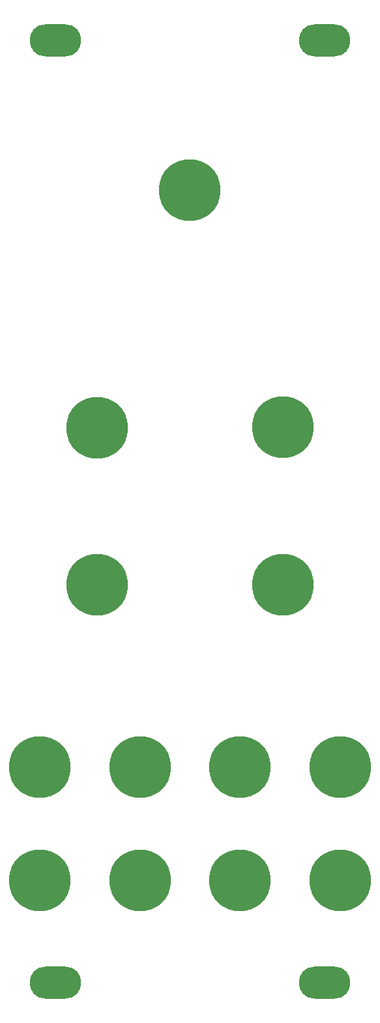
<source format=gtl>
G04 #@! TF.GenerationSoftware,KiCad,Pcbnew,7.0.7-7.0.7~ubuntu22.04.1*
G04 #@! TF.CreationDate,2023-12-10T22:01:32+01:00*
G04 #@! TF.ProjectId,CD40106_VCO,43443430-3130-4365-9f56-434f2e6b6963,rev?*
G04 #@! TF.SameCoordinates,Original*
G04 #@! TF.FileFunction,Copper,L1,Top*
G04 #@! TF.FilePolarity,Positive*
%FSLAX46Y46*%
G04 Gerber Fmt 4.6, Leading zero omitted, Abs format (unit mm)*
G04 Created by KiCad (PCBNEW 7.0.7-7.0.7~ubuntu22.04.1) date 2023-12-10 22:01:32*
%MOMM*%
%LPD*%
G01*
G04 APERTURE LIST*
G04 #@! TA.AperFunction,ComponentPad*
%ADD10O,6.700000X4.200000*%
G04 #@! TD*
G04 #@! TA.AperFunction,ViaPad*
%ADD11C,8.000000*%
G04 #@! TD*
G04 APERTURE END LIST*
D10*
X95499999Y-30500000D03*
X130499999Y-30500000D03*
X130499999Y-153000000D03*
X95499999Y-153000000D03*
D11*
X119499999Y-139750000D03*
X100899999Y-101250000D03*
X112999999Y-50000000D03*
X93499998Y-125000000D03*
X106499998Y-125000000D03*
X125099999Y-101250000D03*
X125099999Y-80800000D03*
X106499998Y-139750000D03*
X132499999Y-125000000D03*
X119499999Y-125000000D03*
X93499998Y-139750000D03*
X100899999Y-80900000D03*
X132499999Y-139750000D03*
M02*

</source>
